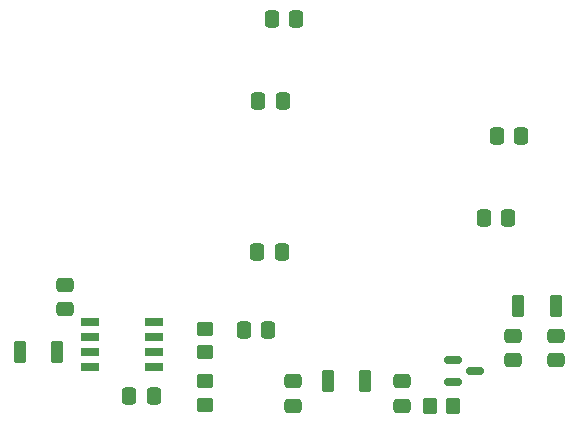
<source format=gbr>
%TF.GenerationSoftware,KiCad,Pcbnew,(7.0.0)*%
%TF.CreationDate,2023-07-09T18:50:50+02:00*%
%TF.ProjectId,Differential_Probe,44696666-6572-4656-9e74-69616c5f5072,rev?*%
%TF.SameCoordinates,Original*%
%TF.FileFunction,Paste,Bot*%
%TF.FilePolarity,Positive*%
%FSLAX46Y46*%
G04 Gerber Fmt 4.6, Leading zero omitted, Abs format (unit mm)*
G04 Created by KiCad (PCBNEW (7.0.0)) date 2023-07-09 18:50:50*
%MOMM*%
%LPD*%
G01*
G04 APERTURE LIST*
G04 Aperture macros list*
%AMRoundRect*
0 Rectangle with rounded corners*
0 $1 Rounding radius*
0 $2 $3 $4 $5 $6 $7 $8 $9 X,Y pos of 4 corners*
0 Add a 4 corners polygon primitive as box body*
4,1,4,$2,$3,$4,$5,$6,$7,$8,$9,$2,$3,0*
0 Add four circle primitives for the rounded corners*
1,1,$1+$1,$2,$3*
1,1,$1+$1,$4,$5*
1,1,$1+$1,$6,$7*
1,1,$1+$1,$8,$9*
0 Add four rect primitives between the rounded corners*
20,1,$1+$1,$2,$3,$4,$5,0*
20,1,$1+$1,$4,$5,$6,$7,0*
20,1,$1+$1,$6,$7,$8,$9,0*
20,1,$1+$1,$8,$9,$2,$3,0*%
G04 Aperture macros list end*
%ADD10RoundRect,0.250000X0.275000X0.700000X-0.275000X0.700000X-0.275000X-0.700000X0.275000X-0.700000X0*%
%ADD11RoundRect,0.250000X0.350000X0.450000X-0.350000X0.450000X-0.350000X-0.450000X0.350000X-0.450000X0*%
%ADD12RoundRect,0.250000X0.337500X0.475000X-0.337500X0.475000X-0.337500X-0.475000X0.337500X-0.475000X0*%
%ADD13R,1.528000X0.650000*%
%ADD14RoundRect,0.250000X-0.337500X-0.475000X0.337500X-0.475000X0.337500X0.475000X-0.337500X0.475000X0*%
%ADD15RoundRect,0.250000X-0.450000X0.350000X-0.450000X-0.350000X0.450000X-0.350000X0.450000X0.350000X0*%
%ADD16RoundRect,0.250000X-0.475000X0.337500X-0.475000X-0.337500X0.475000X-0.337500X0.475000X0.337500X0*%
%ADD17RoundRect,0.250000X0.475000X-0.337500X0.475000X0.337500X-0.475000X0.337500X-0.475000X-0.337500X0*%
%ADD18RoundRect,0.150000X-0.587500X-0.150000X0.587500X-0.150000X0.587500X0.150000X-0.587500X0.150000X0*%
%ADD19RoundRect,0.250000X0.450000X-0.350000X0.450000X0.350000X-0.450000X0.350000X-0.450000X-0.350000X0*%
G04 APERTURE END LIST*
D10*
%TO.C,FB1*%
X182625000Y-107175000D03*
X179475000Y-107175000D03*
%TD*%
D11*
%TO.C,R28*%
X190062500Y-109250000D03*
X188062500Y-109250000D03*
%TD*%
D12*
%TO.C,C23*%
X175625000Y-83450000D03*
X173550000Y-83450000D03*
%TD*%
D13*
%TO.C,IC4*%
X164721999Y-102209999D03*
X164721999Y-103479999D03*
X164721999Y-104749999D03*
X164721999Y-106019999D03*
X159299999Y-106019999D03*
X159299999Y-104749999D03*
X159299999Y-103479999D03*
X159299999Y-102209999D03*
%TD*%
D14*
%TO.C,C29*%
X162647000Y-108400000D03*
X164722000Y-108400000D03*
%TD*%
D15*
%TO.C,R25*%
X169050000Y-102750000D03*
X169050000Y-104750000D03*
%TD*%
D14*
%TO.C,C26*%
X172325000Y-102850000D03*
X174400000Y-102850000D03*
%TD*%
D16*
%TO.C,C22*%
X198750000Y-103312500D03*
X198750000Y-105387500D03*
%TD*%
D17*
%TO.C,C30*%
X157200000Y-101087500D03*
X157200000Y-99012500D03*
%TD*%
D14*
%TO.C,C25*%
X173450000Y-96250000D03*
X175525000Y-96250000D03*
%TD*%
D16*
%TO.C,C20*%
X185700000Y-107175000D03*
X185700000Y-109250000D03*
%TD*%
D18*
%TO.C,Q1*%
X190062500Y-107250000D03*
X190062500Y-105350000D03*
X191937500Y-106300000D03*
%TD*%
D10*
%TO.C,FB2*%
X156525000Y-104750000D03*
X153375000Y-104750000D03*
%TD*%
D16*
%TO.C,C19*%
X195150000Y-103312500D03*
X195150000Y-105387500D03*
%TD*%
D12*
%TO.C,C24*%
X176750000Y-76500000D03*
X174675000Y-76500000D03*
%TD*%
%TO.C,C27*%
X194700000Y-93350000D03*
X192625000Y-93350000D03*
%TD*%
%TO.C,C28*%
X195825000Y-86400000D03*
X193750000Y-86400000D03*
%TD*%
D10*
%TO.C,FB3*%
X198725000Y-100850000D03*
X195575000Y-100850000D03*
%TD*%
D16*
%TO.C,C21*%
X176450000Y-107175000D03*
X176450000Y-109250000D03*
%TD*%
D19*
%TO.C,R26*%
X169050000Y-109175000D03*
X169050000Y-107175000D03*
%TD*%
M02*

</source>
